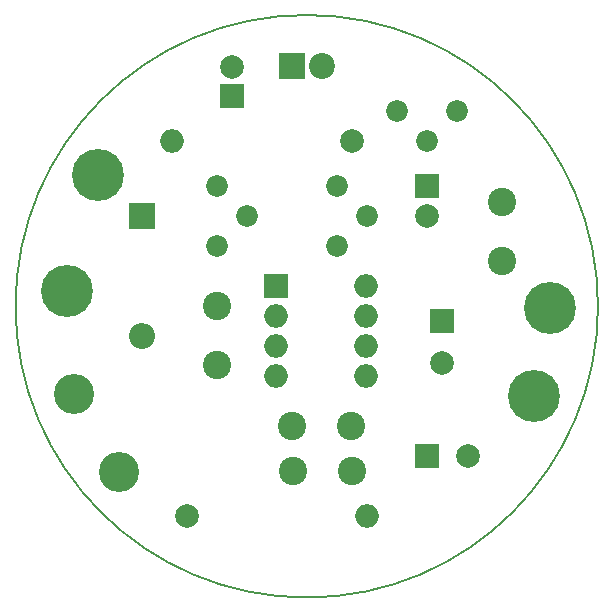
<source format=gbr>
%TF.GenerationSoftware,KiCad,Pcbnew,4.0.7*%
%TF.CreationDate,2020-08-23T22:37:39+12:00*%
%TF.ProjectId,jar-of-dirt,6A61722D6F662D646972742E6B696361,rev?*%
%TF.FileFunction,Soldermask,Bot*%
%FSLAX46Y46*%
G04 Gerber Fmt 4.6, Leading zero omitted, Abs format (unit mm)*
G04 Created by KiCad (PCBNEW 4.0.7) date 2020 August 23, Sunday 22:37:39*
%MOMM*%
%LPD*%
G01*
G04 APERTURE LIST*
%ADD10C,0.150000*%
%ADD11C,1.840000*%
%ADD12C,3.399740*%
%ADD13C,4.400500*%
%ADD14R,2.000000X2.000000*%
%ADD15C,2.000000*%
%ADD16O,2.000000X2.000000*%
%ADD17R,2.200000X2.200000*%
%ADD18C,2.200000*%
%ADD19C,2.400000*%
%ADD20O,2.200000X2.200000*%
G04 APERTURE END LIST*
D10*
X146578940Y-74930000D02*
G75*
G03X146578940Y-74930000I-24658940J0D01*
G01*
D11*
X124460000Y-64770000D03*
X127000000Y-67310000D03*
X124460000Y-69850000D03*
D12*
X102235000Y-82379852D03*
X106045000Y-88978966D03*
D13*
X141190533Y-82569294D03*
X142513732Y-75065059D03*
D14*
X133350000Y-76200000D03*
D15*
X133350000Y-79700000D03*
D14*
X132080000Y-87630000D03*
D15*
X135580000Y-87630000D03*
X111760000Y-92710000D03*
D16*
X127000000Y-92710000D03*
D14*
X119291100Y-73253600D03*
D16*
X126911100Y-80873600D03*
X119291100Y-75793600D03*
X126911100Y-78333600D03*
X119291100Y-78333600D03*
X126911100Y-75793600D03*
X119291100Y-80873600D03*
X126911100Y-73253600D03*
D17*
X120650000Y-54610000D03*
D18*
X123190000Y-54610000D03*
D15*
X125730000Y-60960000D03*
D16*
X110490000Y-60960000D03*
D14*
X132080000Y-64770000D03*
D15*
X132080000Y-67270000D03*
D19*
X114300000Y-74930000D03*
X114300000Y-79930000D03*
X120650000Y-85090000D03*
X125650000Y-85090000D03*
X125730000Y-88900000D03*
X120730000Y-88900000D03*
X138430000Y-71120000D03*
X138430000Y-66120000D03*
D14*
X115570000Y-57150000D03*
D15*
X115570000Y-54650000D03*
D13*
X101600000Y-73660000D03*
X104229601Y-63846194D03*
D11*
X134620000Y-58420000D03*
X132080000Y-60960000D03*
X129540000Y-58420000D03*
X114300000Y-64770000D03*
X116840000Y-67310000D03*
X114300000Y-69850000D03*
D17*
X107950000Y-67310000D03*
D20*
X107950000Y-77470000D03*
M02*

</source>
